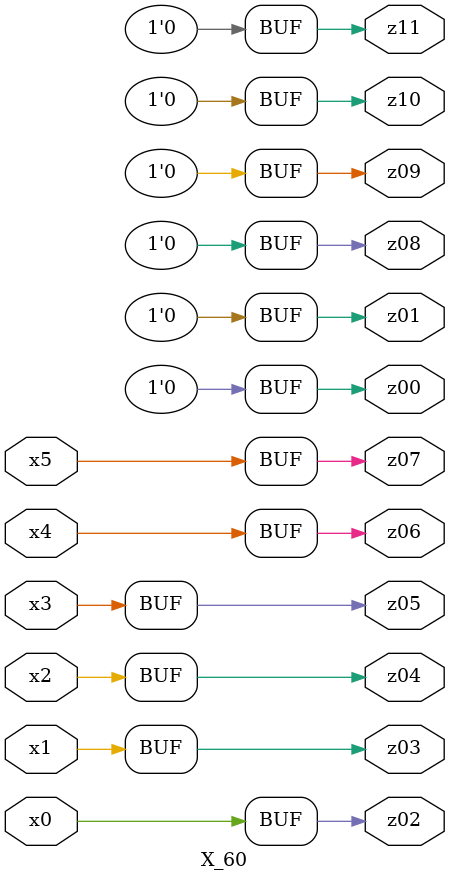
<source format=v>

module X_60 ( 
    x0, x1, x2, x3, x4, x5,
    z00, z01, z02, z03, z04, z05, z06, z07, z08, z09, z10, z11  );
  input  x0, x1, x2, x3, x4, x5;
  output z00, z01, z02, z03, z04, z05, z06, z07, z08, z09, z10, z11;
  assign z00 = 1'b0;
  assign z01 = 1'b0;
  assign z02 = x0;
  assign z03 = x1;
  assign z04 = x2;
  assign z05 = x3;
  assign z06 = x4;
  assign z07 = x5;
  assign z08 = 1'b0;
  assign z09 = 1'b0;
  assign z10 = 1'b0;
  assign z11 = 1'b0;
endmodule



</source>
